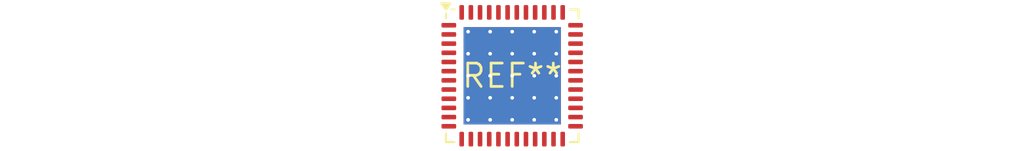
<source format=kicad_pcb>
(kicad_pcb (version 20240108) (generator pcbnew)
  (layers (0 "F.Cu" signal) (31 "B.Cu" signal) (34 "B.Paste" user) (35 "F.Paste" user) (36 "B.SilkS" user "B.Silkscreen") (37 "F.SilkS" user "F.Silkscreen") (38 "B.Mask" user) (39 "F.Mask" user) (44 "Edge.Cuts" user))
  (net 0 "")
  (footprint "QFN-48-1EP_7x7mm_P0.5mm_EP5.3x5.3mm_ThermalVias" (layer "F.Cu") (at 0 0)
    (property "Reference" "REF**")
    (property "Value" "QFN-48-1EP_7x7mm_P0.5mm_EP5.3x5.3mm_ThermalVias")
    (fp_line (start -3.61 -3.135) (end -3.61 -3.37) (layer "F.SilkS") (stroke (width 0.12)))
    (fp_line (start -3.61 3.61) (end -3.61 3.135) (layer "F.SilkS") (stroke (width 0.12)))
    (fp_line (start -3.135 -3.61) (end -3.31 -3.61) (layer "F.SilkS") (stroke (width 0.12)))
    (fp_line (start -3.135 3.61) (end -3.61 3.61) (layer "F.SilkS") (stroke (width 0.12)))
    (fp_line (start 3.135 -3.61) (end 3.61 -3.61) (layer "F.SilkS") (stroke (width 0.12)))
    (fp_line (start 3.135 3.61) (end 3.61 3.61) (layer "F.SilkS") (stroke (width 0.12)))
    (fp_line (start 3.61 -3.61) (end 3.61 -3.135) (layer "F.SilkS") (stroke (width 0.12)))
    (fp_line (start 3.61 3.61) (end 3.61 3.135) (layer "F.SilkS") (stroke (width 0.12)))
    (fp_poly (pts (xy -3.61 -3.61) (xy -3.85 -3.94) (xy -3.37 -3.94) (xy -3.61 -3.61)) (layer "F.SilkS") (stroke (width 0.12)) (fill solid))
    (pad "1" smd roundrect (at -3.45 -2.75) (size 0.8 0.25) (layers "F.Cu" "F.Paste" "F.Mask"))
    (pad "2" smd roundrect (at -3.45 -2.25) (size 0.8 0.25) (layers "F.Cu" "F.Paste" "F.Mask"))
    (pad "3" smd roundrect (at -3.45 -1.75) (size 0.8 0.25) (layers "F.Cu" "F.Paste" "F.Mask"))
    (pad "4" smd roundrect (at -3.45 -1.25) (size 0.8 0.25) (layers "F.Cu" "F.Paste" "F.Mask"))
    (pad "5" smd roundrect (at -3.45 -0.75) (size 0.8 0.25) (layers "F.Cu" "F.Paste" "F.Mask"))
    (pad "6" smd roundrect (at -3.45 -0.25) (size 0.8 0.25) (layers "F.Cu" "F.Paste" "F.Mask"))
    (pad "7" smd roundrect (at -3.45 0.25) (size 0.8 0.25) (layers "F.Cu" "F.Paste" "F.Mask"))
    (pad "8" smd roundrect (at -3.45 0.75) (size 0.8 0.25) (layers "F.Cu" "F.Paste" "F.Mask"))
    (pad "9" smd roundrect (at -3.45 1.25) (size 0.8 0.25) (layers "F.Cu" "F.Paste" "F.Mask"))
    (pad "10" smd roundrect (at -3.45 1.75) (size 0.8 0.25) (layers "F.Cu" "F.Paste" "F.Mask"))
    (pad "11" smd roundrect (at -3.45 2.25) (size 0.8 0.25) (layers "F.Cu" "F.Paste" "F.Mask"))
    (pad "12" smd roundrect (at -3.45 2.75) (size 0.8 0.25) (layers "F.Cu" "F.Paste" "F.Mask"))
    (pad "13" smd roundrect (at -2.75 3.45) (size 0.25 0.8) (layers "F.Cu" "F.Paste" "F.Mask"))
    (pad "14" smd roundrect (at -2.25 3.45) (size 0.25 0.8) (layers "F.Cu" "F.Paste" "F.Mask"))
    (pad "15" smd roundrect (at -1.75 3.45) (size 0.25 0.8) (layers "F.Cu" "F.Paste" "F.Mask"))
    (pad "16" smd roundrect (at -1.25 3.45) (size 0.25 0.8) (layers "F.Cu" "F.Paste" "F.Mask"))
    (pad "17" smd roundrect (at -0.75 3.45) (size 0.25 0.8) (layers "F.Cu" "F.Paste" "F.Mask"))
    (pad "18" smd roundrect (at -0.25 3.45) (size 0.25 0.8) (layers "F.Cu" "F.Paste" "F.Mask"))
    (pad "19" smd roundrect (at 0.25 3.45) (size 0.25 0.8) (layers "F.Cu" "F.Paste" "F.Mask"))
    (pad "20" smd roundrect (at 0.75 3.45) (size 0.25 0.8) (layers "F.Cu" "F.Paste" "F.Mask"))
    (pad "21" smd roundrect (at 1.25 3.45) (size 0.25 0.8) (layers "F.Cu" "F.Paste" "F.Mask"))
    (pad "22" smd roundrect (at 1.75 3.45) (size 0.25 0.8) (layers "F.Cu" "F.Paste" "F.Mask"))
    (pad "23" smd roundrect (at 2.25 3.45) (size 0.25 0.8) (layers "F.Cu" "F.Paste" "F.Mask"))
    (pad "24" smd roundrect (at 2.75 3.45) (size 0.25 0.8) (layers "F.Cu" "F.Paste" "F.Mask"))
    (pad "25" smd roundrect (at 3.45 2.75) (size 0.8 0.25) (layers "F.Cu" "F.Paste" "F.Mask"))
    (pad "26" smd roundrect (at 3.45 2.25) (size 0.8 0.25) (layers "F.Cu" "F.Paste" "F.Mask"))
    (pad "27" smd roundrect (at 3.45 1.75) (size 0.8 0.25) (layers "F.Cu" "F.Paste" "F.Mask"))
    (pad "28" smd roundrect (at 3.45 1.25) (size 0.8 0.25) (layers "F.Cu" "F.Paste" "F.Mask"))
    (pad "29" smd roundrect (at 3.45 0.75) (size 0.8 0.25) (layers "F.Cu" "F.Paste" "F.Mask"))
    (pad "30" smd roundrect (at 3.45 0.25) (size 0.8 0.25) (layers "F.Cu" "F.Paste" "F.Mask"))
    (pad "31" smd roundrect (at 3.45 -0.25) (size 0.8 0.25) (layers "F.Cu" "F.Paste" "F.Mask"))
    (pad "32" smd roundrect (at 3.45 -0.75) (size 0.8 0.25) (layers "F.Cu" "F.Paste" "F.Mask"))
    (pad "33" smd roundrect (at 3.45 -1.25) (size 0.8 0.25) (layers "F.Cu" "F.Paste" "F.Mask"))
    (pad "34" smd roundrect (at 3.45 -1.75) (size 0.8 0.25) (layers "F.Cu" "F.Paste" "F.Mask"))
    (pad "35" smd roundrect (at 3.45 -2.25) (size 0.8 0.25) (layers "F.Cu" "F.Paste" "F.Mask"))
    (pad "36" smd roundrect (at 3.45 -2.75) (size 0.8 0.25) (layers "F.Cu" "F.Paste" "F.Mask"))
    (pad "37" smd roundrect (at 2.75 -3.45) (size 0.25 0.8) (layers "F.Cu" "F.Paste" "F.Mask"))
    (pad "38" smd roundrect (at 2.25 -3.45) (size 0.25 0.8) (layers "F.Cu" "F.Paste" "F.Mask"))
    (pad "39" smd roundrect (at 1.75 -3.45) (size 0.25 0.8) (layers "F.Cu" "F.Paste" "F.Mask"))
    (pad "40" smd roundrect (at 1.25 -3.45) (size 0.25 0.8) (layers "F.Cu" "F.Paste" "F.Mask"))
    (pad "41" smd roundrect (at 0.75 -3.45) (size 0.25 0.8) (layers "F.Cu" "F.Paste" "F.Mask"))
    (pad "42" smd roundrect (at 0.25 -3.45) (size 0.25 0.8) (layers "F.Cu" "F.Paste" "F.Mask"))
    (pad "43" smd roundrect (at -0.25 -3.45) (size 0.25 0.8) (layers "F.Cu" "F.Paste" "F.Mask"))
    (pad "44" smd roundrect (at -0.75 -3.45) (size 0.25 0.8) (layers "F.Cu" "F.Paste" "F.Mask"))
    (pad "45" smd roundrect (at -1.25 -3.45) (size 0.25 0.8) (layers "F.Cu" "F.Paste" "F.Mask"))
    (pad "46" smd roundrect (at -1.75 -3.45) (size 0.25 0.8) (layers "F.Cu" "F.Paste" "F.Mask"))
    (pad "47" smd roundrect (at -2.25 -3.45) (size 0.25 0.8) (layers "F.Cu" "F.Paste" "F.Mask"))
    (pad "48" smd roundrect (at -2.75 -3.45) (size 0.25 0.8) (layers "F.Cu" "F.Paste" "F.Mask"))
    (pad "49" thru_hole circle (at -2.4 -2.4) (size 0.5 0.5) (drill 0.2) (property pad_prop_heatsink) (layers *.Cu) (remove_unused_layers))
    (pad "49" thru_hole circle (at -2.4 -1.2) (size 0.5 0.5) (drill 0.2) (property pad_prop_heatsink) (layers *.Cu) (remove_unused_layers))
    (pad "49" thru_hole circle (at -2.4 0) (size 0.5 0.5) (drill 0.2) (property pad_prop_heatsink) (layers *.Cu) (remove_unused_layers))
    (pad "49" thru_hole circle (at -2.4 1.2) (size 0.5 0.5) (drill 0.2) (property pad_prop_heatsink) (layers *.Cu) (remove_unused_layers))
    (pad "49" thru_hole circle (at -2.4 2.4) (size 0.5 0.5) (drill 0.2) (property pad_prop_heatsink) (layers *.Cu) (remove_unused_layers))
    (pad "49" thru_hole circle (at -1.2 -2.4) (size 0.5 0.5) (drill 0.2) (property pad_prop_heatsink) (layers *.Cu) (remove_unused_layers))
    (pad "49" thru_hole circle (at -1.2 -1.2) (size 0.5 0.5) (drill 0.2) (property pad_prop_heatsink) (layers *.Cu) (remove_unused_layers))
    (pad "49" thru_hole circle (at -1.2 0) (size 0.5 0.5) (drill 0.2) (property pad_prop_heatsink) (layers *.Cu) (remove_unused_layers))
    (pad "49" thru_hole circle (at -1.2 1.2) (size 0.5 0.5) (drill 0.2) (property pad_prop_heatsink) (layers *.Cu) (remove_unused_layers))
    (pad "49" thru_hole circle (at -1.2 2.4) (size 0.5 0.5) (drill 0.2) (property pad_prop_heatsink) (layers *.Cu) (remove_unused_layers))
    (pad "49" thru_hole circle (at 0 -2.4) (size 0.5 0.5) (drill 0.2) (property pad_prop_heatsink) (layers *.Cu) (remove_unused_layers))
    (pad "49" thru_hole circle (at 0 -1.2) (size 0.5 0.5) (drill 0.2) (property pad_prop_heatsink) (layers *.Cu) (remove_unused_layers))
    (pad "49" thru_hole circle (at 0 0) (size 0.5 0.5) (drill 0.2) (property pad_prop_heatsink) (layers *.Cu) (remove_unused_layers))
    (pad "49" smd rect (at 0 0) (size 5.3 5.3) (property pad_prop_heatsink) (layers "F.Cu" "F.Mask"))
    (pad "49" smd rect (at 0 0) (size 5.3 5.3) (property pad_prop_heatsink) (layers "B.Cu"))
    (pad "49" thru_hole circle (at 0 1.2) (size 0.5 0.5) (drill 0.2) (property pad_prop_heatsink) (layers *.Cu) (remove_unused_layers))
    (pad "49" thru_hole circle (at 0 2.4) (size 0.5 0.5) (drill 0.2) (property pad_prop_heatsink) (layers *.Cu) (remove_unused_layers))
    (pad "49" thru_hole circle (at 1.2 -2.4) (size 0.5 0.5) (drill 0.2) (property pad_prop_heatsink) (layers *.Cu) (remove_unused_layers))
    (pad "49" thru_hole circle (at 1.2 -1.2) (size 0.5 0.5) (drill 0.2) (property pad_prop_heatsink) (layers *.Cu) (remove_unused_layers))
    (pad "49" thru_hole circle (at 1.2 0) (size 0.5 0.5) (drill 0.2) (property pad_prop_heatsink) (layers *.Cu) (remove_unused_layers))
    (pad "49" thru_hole circle (at 1.2 1.2) (size 0.5 0.5) (drill 0.2) (property pad_prop_heatsink) (layers *.Cu) (remove_unused_layers))
    (pad "49" thru_hole circle (at 1.2 2.4) (size 0.5 0.5) (drill 0.2) (property pad_prop_heatsink) (layers *.Cu) (remove_unused_layers))
    (pad "49" thru_hole circle (at 2.4 -2.4) (size 0.5 0.5) (drill 0.2) (property pad_prop_heatsink) (layers *.Cu) (remove_unused_layers))
    (pad "49" thru_hole circle (at 2.4 -1.2) (size 0.5 0.5) (drill 0.2) (property pad_prop_heatsink) (layers *.Cu) (remove_unused_layers))
    (pad "49" thru_hole circle (at 2.4 0) (size 0.5 0.5) (drill 0.2) (property pad_prop_heatsink) (layers *.Cu) (remove_unused_layers))
    (pad "49" thru_hole circle (at 2.4 1.2) (size 0.5 0.5) (drill 0.2) (property pad_prop_heatsink) (layers *.Cu) (remove_unused_layers))
    (pad "49" thru_hole circle (at 2.4 2.4) (size 0.5 0.5) (drill 0.2) (property pad_prop_heatsink) (layers *.Cu) (remove_unused_layers))
  )
)
</source>
